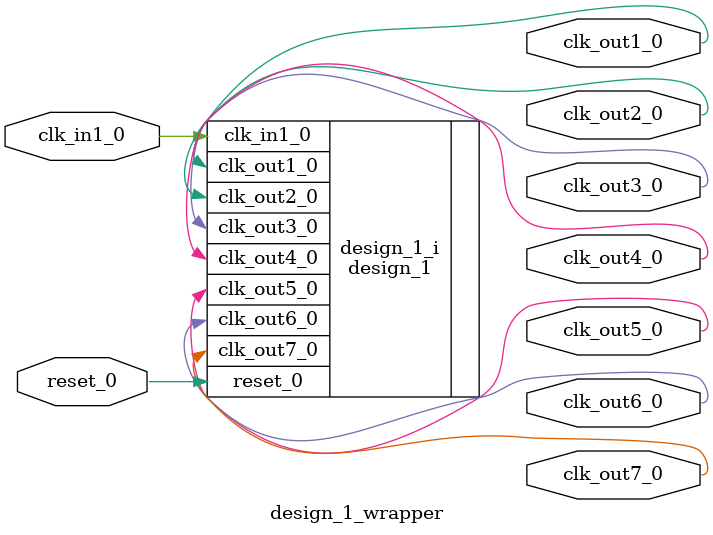
<source format=v>
`timescale 1 ps / 1 ps

module design_1_wrapper
   (clk_in1_0,
    clk_out1_0,
    clk_out2_0,
    clk_out3_0,
    clk_out4_0,
    clk_out5_0,
    clk_out6_0,
    clk_out7_0,
    reset_0);
  input clk_in1_0;
  output clk_out1_0;
  output clk_out2_0;
  output clk_out3_0;
  output clk_out4_0;
  output clk_out5_0;
  output clk_out6_0;
  output clk_out7_0;
  input reset_0;

  wire clk_in1_0;
  wire clk_out1_0;
  wire clk_out2_0;
  wire clk_out3_0;
  wire clk_out4_0;
  wire clk_out5_0;
  wire clk_out6_0;
  wire clk_out7_0;
  wire reset_0;

  design_1 design_1_i
       (.clk_in1_0(clk_in1_0),
        .clk_out1_0(clk_out1_0),
        .clk_out2_0(clk_out2_0),
        .clk_out3_0(clk_out3_0),
        .clk_out4_0(clk_out4_0),
        .clk_out5_0(clk_out5_0),
        .clk_out6_0(clk_out6_0),
        .clk_out7_0(clk_out7_0),
        .reset_0(reset_0));
endmodule

</source>
